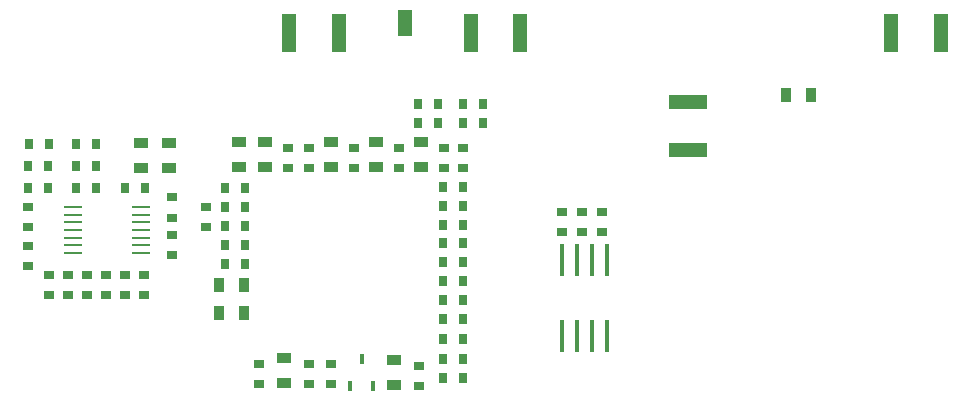
<source format=gbr>
G04 DipTrace 2.4.0.2*
%IN2_Layer_Bottom_PMask.gbr*%
%MOIN*%
%ADD50R,0.063X0.0079*%
%ADD52R,0.0039X0.0551*%
%ADD54R,0.0551X0.0039*%
%ADD56R,0.0157X0.1102*%
%ADD62R,0.0177X0.0335*%
%ADD64R,0.0512X0.0906*%
%ADD68R,0.0512X0.1299*%
%ADD69R,0.126X0.0472*%
%ADD77R,0.0354X0.0512*%
%ADD79R,0.0512X0.0354*%
%ADD81R,0.0271X0.0321*%
%ADD83R,0.0321X0.0271*%
%FSLAX44Y44*%
G04*
G70*
G90*
G75*
G01*
%LNBotPaste*%
%LPD*%
D83*
X25630Y18937D3*
Y18268D3*
D81*
X21654Y21890D3*
X20984D3*
D83*
Y20377D3*
Y21046D3*
X20354Y20377D3*
Y21046D3*
D81*
X20984Y17874D3*
X20315D3*
D83*
X19528Y13110D3*
Y13780D3*
D81*
X20157Y21890D3*
X19488D3*
D79*
X19606Y21260D3*
Y20433D3*
D83*
X18858Y20394D3*
Y21063D3*
D79*
X18701Y13976D3*
Y13150D3*
X18110Y21260D3*
Y20433D3*
D83*
X17362Y20394D3*
Y21063D3*
D79*
X16614Y21260D3*
Y20433D3*
D83*
X15866Y20394D3*
Y21063D3*
Y13189D3*
Y13858D3*
X15157Y20394D3*
Y21063D3*
D79*
X15039Y14055D3*
Y13228D3*
X14409Y21260D3*
Y20433D3*
D81*
X13071Y19724D3*
X13740D3*
X13071Y19094D3*
X13740D3*
X13071Y18465D3*
X13740D3*
X13071Y17835D3*
X13740D3*
D83*
X14213Y13189D3*
Y13858D3*
D77*
X12874Y15551D3*
X13701D3*
D83*
X11299Y18740D3*
Y19409D3*
Y17480D3*
Y18150D3*
D79*
X11181Y21220D3*
Y20394D3*
X10276Y21220D3*
Y20394D3*
D81*
X10394Y19724D3*
X9724D3*
X8780Y21181D3*
X8110D3*
X8780Y19724D3*
X8110D3*
X6535Y21181D3*
X7205D3*
X7165Y19724D3*
X6496D3*
D79*
X13543Y21260D3*
Y20433D3*
D77*
X12874Y16496D3*
X13701D3*
D81*
X13071Y17205D3*
X13740D3*
D77*
X31772Y22835D3*
X32598D3*
D69*
X28504Y22598D3*
Y20984D3*
D68*
X36929Y24882D3*
X15197D3*
X16850D3*
X21260D3*
X22913D3*
X35276D3*
D64*
X19055Y25236D3*
D62*
X17992Y13110D3*
X17244D3*
X17618Y14016D3*
D83*
X24291Y18268D3*
Y18937D3*
X24961Y18268D3*
Y18937D3*
D81*
X21654Y22520D3*
X20984D3*
X21001Y19764D3*
X20331D3*
X21001Y19134D3*
X20331D3*
X21001Y18504D3*
X20331D3*
X20984Y17244D3*
X20315D3*
X20984Y16614D3*
X20315D3*
X20984Y15984D3*
X20315D3*
X20984Y15354D3*
X20315D3*
X20984Y14685D3*
X20315D3*
X20984Y14016D3*
X20315D3*
X20984Y13386D3*
X20315D3*
X20157Y22520D3*
X19488D3*
D83*
X16614Y13189D3*
Y13858D3*
X12441Y19094D3*
Y18425D3*
X10354Y16811D3*
Y16142D3*
X9724Y16811D3*
Y16142D3*
X9094Y16811D3*
Y16142D3*
X8465Y16811D3*
Y16142D3*
D81*
X8780Y20472D3*
X8110D3*
D83*
X7835Y16811D3*
Y16142D3*
X7205Y16811D3*
Y16142D3*
D81*
X6496Y20472D3*
X7165D3*
D83*
X6496Y19094D3*
Y18425D3*
Y17795D3*
Y17126D3*
D56*
X25787Y14803D3*
X25287D3*
X24787D3*
X24287D3*
Y17323D3*
X24787D3*
X25287D3*
X25787D3*
D54*
X18740Y18307D3*
Y18110D3*
Y17913D3*
Y17717D3*
Y17520D3*
Y17323D3*
Y17126D3*
Y16929D3*
Y16732D3*
Y16535D3*
Y16339D3*
Y16142D3*
D52*
X18169Y15571D3*
X17972D3*
X17776D3*
X17579D3*
X17382D3*
X17185D3*
X16988D3*
X16791D3*
X16594D3*
X16398D3*
X16201D3*
X16004D3*
D54*
X15433Y16142D3*
Y16339D3*
Y16535D3*
Y16732D3*
Y16929D3*
Y17126D3*
Y17323D3*
Y17520D3*
Y17717D3*
Y17913D3*
Y18110D3*
Y18307D3*
D52*
X16004Y18878D3*
X16201D3*
X16398D3*
X16594D3*
X16791D3*
X16988D3*
X17185D3*
X17382D3*
X17579D3*
X17776D3*
X17972D3*
X18169D3*
D50*
X10276Y19094D3*
Y18839D3*
Y18583D3*
Y18327D3*
Y18071D3*
Y17815D3*
Y17559D3*
X7992D3*
Y17815D3*
Y18071D3*
Y18327D3*
Y18583D3*
Y18839D3*
Y19094D3*
M02*

</source>
